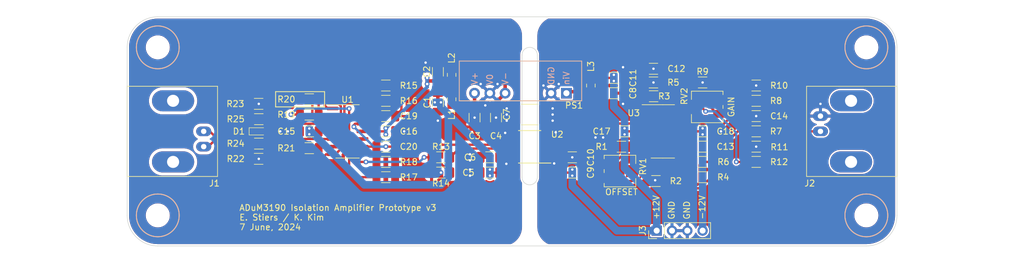
<source format=kicad_pcb>
(kicad_pcb (version 20221018) (generator pcbnew)

  (general
    (thickness 1.6)
  )

  (paper "A4")
  (layers
    (0 "F.Cu" signal)
    (31 "B.Cu" signal)
    (32 "B.Adhes" user "B.Adhesive")
    (33 "F.Adhes" user "F.Adhesive")
    (34 "B.Paste" user)
    (35 "F.Paste" user)
    (36 "B.SilkS" user "B.Silkscreen")
    (37 "F.SilkS" user "F.Silkscreen")
    (38 "B.Mask" user)
    (39 "F.Mask" user)
    (40 "Dwgs.User" user "User.Drawings")
    (41 "Cmts.User" user "User.Comments")
    (42 "Eco1.User" user "User.Eco1")
    (43 "Eco2.User" user "User.Eco2")
    (44 "Edge.Cuts" user)
    (45 "Margin" user)
    (46 "B.CrtYd" user "B.Courtyard")
    (47 "F.CrtYd" user "F.Courtyard")
    (48 "B.Fab" user)
    (49 "F.Fab" user)
    (50 "User.1" user)
    (51 "User.2" user)
    (52 "User.3" user)
    (53 "User.4" user)
    (54 "User.5" user)
    (55 "User.6" user)
    (56 "User.7" user)
    (57 "User.8" user)
    (58 "User.9" user)
  )

  (setup
    (stackup
      (layer "F.SilkS" (type "Top Silk Screen"))
      (layer "F.Paste" (type "Top Solder Paste"))
      (layer "F.Mask" (type "Top Solder Mask") (thickness 0.01))
      (layer "F.Cu" (type "copper") (thickness 0.035))
      (layer "dielectric 1" (type "core") (thickness 1.51) (material "FR4") (epsilon_r 4.5) (loss_tangent 0.02))
      (layer "B.Cu" (type "copper") (thickness 0.035))
      (layer "B.Mask" (type "Bottom Solder Mask") (thickness 0.01))
      (layer "B.Paste" (type "Bottom Solder Paste"))
      (layer "B.SilkS" (type "Bottom Silk Screen"))
      (copper_finish "None")
      (dielectric_constraints no)
    )
    (pad_to_mask_clearance 0)
    (pcbplotparams
      (layerselection 0x00010fc_ffffffff)
      (plot_on_all_layers_selection 0x0000000_00000000)
      (disableapertmacros false)
      (usegerberextensions false)
      (usegerberattributes true)
      (usegerberadvancedattributes true)
      (creategerberjobfile true)
      (dashed_line_dash_ratio 12.000000)
      (dashed_line_gap_ratio 3.000000)
      (svgprecision 4)
      (plotframeref false)
      (viasonmask false)
      (mode 1)
      (useauxorigin false)
      (hpglpennumber 1)
      (hpglpenspeed 20)
      (hpglpendiameter 15.000000)
      (dxfpolygonmode true)
      (dxfimperialunits true)
      (dxfusepcbnewfont true)
      (psnegative false)
      (psa4output false)
      (plotreference true)
      (plotvalue true)
      (plotinvisibletext false)
      (sketchpadsonfab false)
      (subtractmaskfromsilk false)
      (outputformat 1)
      (mirror false)
      (drillshape 1)
      (scaleselection 1)
      (outputdirectory "")
    )
  )

  (net 0 "")
  (net 1 "GND1")
  (net 2 "+12L")
  (net 3 "+12V")
  (net 4 "-12V")
  (net 5 "Net-(PS1-+V)")
  (net 6 "Net-(PS1--V)")
  (net 7 "Net-(U2-Vreg2)")
  (net 8 "Net-(PS1-Vin)")
  (net 9 "Net-(U2-Vreg1)")
  (net 10 "Net-(U3C-+)")
  (net 11 "Net-(U3C--)")
  (net 12 "-12VA")
  (net 13 "Net-(U1C-+)")
  (net 14 "Net-(J2-In)")
  (net 15 "Net-(U2-Ref1)")
  (net 16 "Net-(R1-Pad2)")
  (net 17 "Net-(R2-Pad2)")
  (net 18 "Net-(U3A--)")
  (net 19 "Net-(U3B--)")
  (net 20 "Net-(U3D-+)")
  (net 21 "Net-(U3D--)")
  (net 22 "Net-(R11-Pad2)")
  (net 23 "Net-(U1D-+)")
  (net 24 "Net-(R15-Pad1)")
  (net 25 "Net-(R17-Pad1)")
  (net 26 "Net-(U1B--)")
  (net 27 "Net-(U1A--)")
  (net 28 "unconnected-(RV2-Pad1)")
  (net 29 "unconnected-(U2-NC-Pad5)")
  (net 30 "unconnected-(U2-EAout2-Pad6)")
  (net 31 "Net-(U2-Comp)")
  (net 32 "GND2")
  (net 33 "/Vdiff1")
  (net 34 "/Vlp1")
  (net 35 "/Vo2")
  (net 36 "/Voff2")
  (net 37 "Net-(D1-A1)")
  (net 38 "Net-(D1-A2)")
  (net 39 "/Vin+")
  (net 40 "/Vin-")
  (net 41 "Net-(U2-Ref2)")
  (net 42 "/Voff1")
  (net 43 "/Vin1")
  (net 44 "Net-(U1D--)")

  (footprint "Resistor_SMD:R_1206_3216Metric_Pad1.30x1.75mm_HandSolder" (layer "F.Cu") (at 170.815 102.489 180))

  (footprint "Resistor_SMD:R_1206_3216Metric_Pad1.30x1.75mm_HandSolder" (layer "F.Cu") (at 135.128 101.092))

  (footprint "MountingHole:MountingHole_3.5mm" (layer "F.Cu") (at 88.138 108.204))

  (footprint "Resistor_SMD:R_1206_3216Metric_Pad1.30x1.75mm_HandSolder" (layer "F.Cu") (at 187.452 94.234))

  (footprint "Resistor_SMD:R_1206_3216Metric_Pad1.30x1.75mm_HandSolder" (layer "F.Cu") (at 187.452 99.314))

  (footprint "Resistor_SMD:R_1812_4532Metric_Pad1.30x3.40mm_HandSolder" (layer "F.Cu") (at 149.86 91.44))

  (footprint "Resistor_SMD:R_1206_3216Metric_Pad1.30x1.75mm_HandSolder" (layer "F.Cu") (at 104.902 92.202))

  (footprint "Capacitor_SMD:C_1206_3216Metric_Pad1.33x1.80mm_HandSolder" (layer "F.Cu") (at 156.9335 101.092))

  (footprint "Capacitor_SMD:C_1206_3216Metric_Pad1.33x1.80mm_HandSolder" (layer "F.Cu") (at 178.562 96.774))

  (footprint "Inductor_SMD:L_0805_2012Metric_Pad1.15x1.40mm_HandSolder" (layer "F.Cu") (at 136.906 84.836 -90))

  (footprint "Resistor_SMD:R_1206_3216Metric_Pad1.30x1.75mm_HandSolder" (layer "F.Cu") (at 135.128 98.552))

  (footprint "Resistor_SMD:R_1206_3216Metric_Pad1.30x1.75mm_HandSolder" (layer "F.Cu") (at 165.1 96.786))

  (footprint "_es_RLC:Potentiometer_Nidec_ST4_Vertical" (layer "F.Cu") (at 179.324 90.17))

  (footprint "Resistor_SMD:R_1206_3216Metric_Pad1.30x1.75mm_HandSolder" (layer "F.Cu") (at 170.408 86.106 180))

  (footprint "Resistor_SMD:R_1206_3216Metric_Pad1.30x1.75mm_HandSolder" (layer "F.Cu") (at 144.272 91.948 -90))

  (footprint "Capacitor_SMD:C_1206_3216Metric_Pad1.33x1.80mm_HandSolder" (layer "F.Cu") (at 170.408 83.82 180))

  (footprint "MountingHole:MountingHole_3.5mm" (layer "F.Cu") (at 205.74 80.264))

  (footprint "Capacitor_SMD:C_1206_3216Metric_Pad1.33x1.80mm_HandSolder" (layer "F.Cu") (at 143.256 98.552))

  (footprint "Resistor_SMD:R_1206_3216Metric_Pad1.30x1.75mm_HandSolder" (layer "F.Cu") (at 113.284 94.234))

  (footprint "_es_Connector:BNC_Horizontal_ThruHole" (layer "F.Cu") (at 198.12 94.234 -90))

  (footprint "Resistor_SMD:R_1206_3216Metric_Pad1.30x1.75mm_HandSolder" (layer "F.Cu") (at 165.608 94.234))

  (footprint "Resistor_SMD:R_1206_3216Metric_Pad1.30x1.75mm_HandSolder" (layer "F.Cu") (at 113.284 91.44 180))

  (footprint "Resistor_SMD:R_1206_3216Metric_Pad1.30x1.75mm_HandSolder" (layer "F.Cu") (at 178.562 86.106))

  (footprint "Resistor_SMD:R_1206_3216Metric_Pad1.30x1.75mm_HandSolder" (layer "F.Cu") (at 187.452 86.614 180))

  (footprint "Resistor_SMD:R_1206_3216Metric_Pad1.30x1.75mm_HandSolder" (layer "F.Cu") (at 113.284 88.9 180))

  (footprint "Resistor_SMD:R_1206_3216Metric_Pad1.30x1.75mm_HandSolder" (layer "F.Cu") (at 125.984 94.234))

  (footprint "Resistor_SMD:R_1206_3216Metric_Pad1.30x1.75mm_HandSolder" (layer "F.Cu") (at 134.62 84.328 90))

  (footprint "Resistor_SMD:R_1206_3216Metric_Pad1.30x1.75mm_HandSolder" (layer "F.Cu") (at 134.62 89.408 90))

  (footprint "Package_SO:QSOP-16_3.9x4.9mm_P0.635mm" (layer "F.Cu") (at 149.86 96.774 180))

  (footprint "_es_Power Supply:CUI PEME1-S DC-DC Converter" (layer "F.Cu") (at 155.956 87.884 180))

  (footprint "Resistor_SMD:R_1206_3216Metric_Pad1.30x1.75mm_HandSolder" (layer "F.Cu") (at 113.284 97.028 180))

  (footprint "Resistor_SMD:R_1206_3216Metric_Pad1.30x1.75mm_HandSolder" (layer "F.Cu") (at 178.562 94.234))

  (footprint "Resistor_SMD:R_1206_3216Metric_Pad1.30x1.75mm_HandSolder" (layer "F.Cu") (at 125.984 86.614))

  (footprint "Capacitor_SMD:C_1206_3216Metric_Pad1.33x1.80mm_HandSolder" (layer "F.Cu") (at 125.984 96.774 180))

  (footprint "Resistor_SMD:R_1206_3216Metric_Pad1.30x1.75mm_HandSolder" (layer "F.Cu") (at 104.876 98.806))

  (footprint "Capacitor_SMD:C_1206_3216Metric_Pad1.33x1.80mm_HandSolder" (layer "F.Cu") (at 143.256 101.092))

  (footprint "Package_SO:SOIC-14_3.9x8.7mm_P1.27mm" (layer "F.Cu") (at 171.958 94.234))

  (footprint "Resistor_SMD:R_1206_3216Metric_Pad1.30x1.75mm_HandSolder" (layer "F.Cu") (at 163.83 85.344 180))

  (footprint "Resistor_SMD:R_1206_3216Metric_Pad1.30x1.75mm_HandSolder" (layer "F.Cu") (at 140.716 91.948 90))

  (footprint "Resistor_SMD:R_1206_3216Metric_Pad1.30x1.75mm_HandSolder" (layer "F.Cu") (at 125.984 89.154 180))

  (footprint "Capacitor_SMD:C_1206_3216Metric_Pad1.33x1.80mm_HandSolder" (layer "F.Cu") (at 125.984 91.694))

  (footprint "_es_Connector:BNC_Horizontal_ThruHole" (layer "F.Cu") (at 95.758 94.234 90))

  (footprint "MountingHole:MountingHole_3.5mm" (layer "F.Cu") (at 205.74 108.204))

  (footprint "_es_RLC:Potentiometer_Nidec_ST4_Vertical" (layer "F.Cu") (at 164.846 100.838 180))

  (footprint "Resistor_SMD:R_1206_3216Metric_Pad1.30x1.75mm_HandSolder" (layer "F.Cu") (at 163.83 87.884 180))

  (footprint "Resistor_SMD:R_1206_3216Metric_Pad1.30x1.75mm_HandSolder" (layer "F.Cu") (at 125.984 99.314 180))

  (footprint "Resistor_SMD:R_1206_3216Metric_Pad1.30x1.75mm_HandSolder" (layer "F.Cu") (at 178.562 99.314))

  (footprint "Package_SO:SOIC-14_3.9x8.7mm_P1.27mm" (layer "F.Cu") (at 119.634 94.234))

  (footprint "Connector_PinHeader_2.54mm:PinHeader_1x04_P2.54mm_Vertical" (layer "F.Cu") (at 170.942 110.744 90))

  (footprint "Resistor_SMD:R_1206_3216Metric_Pad1.30x1.75mm_HandSolder" (layer "F.Cu") (at 104.902 96.266))

  (footprint "MountingHole:MountingHole_3.5mm" (layer "F.Cu") (at 88.138 80.264))

  (footprint "Resistor_SMD:R_1206_3216Metric_Pad1.30x1.75mm_HandSolder" (layer "F.Cu") (at 104.876 89.662 180))

  (footprint "Resistor_SMD:R_1206_3216Metric_Pad1.30x1.75mm_HandSolder" (layer "F.Cu")
    (tstamp e782ce8c-1ba9-45c0-8c59-c51b78c97955)
    (at 187.452 89.154)
    (descr "Resistor SMD 1206 (3216 Metric), square (rectangular) end terminal, IPC_7351 nominal with elongated pad for handsoldering. (Body size source: IPC-SM-782 page 72, https://www.pcb-3d.com/wordpress/wp-content/uploads/ipc-sm-782a_amendment_1_and_2.pdf), generated with kicad-footprint-generator")
    (tags "resistor 
... [391977 chars truncated]
</source>
